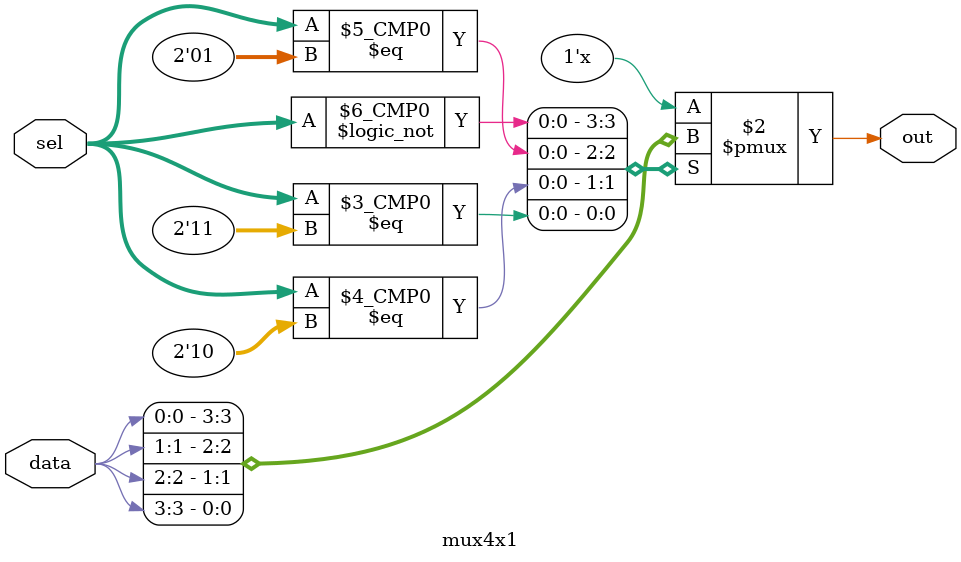
<source format=v>
`timescale 1ns / 1ps
module mux4x1(
	 input [3:0]data,
	 input [1:0]sel,
	 output reg out
    );
	 
	 always@(*)
	 begin
	 case (sel)
	 2'b00: out = data[0];

    2'b01: out = data[1];

    2'b10: out = data[2];

    2'b11: out = data[3];
	 endcase
	 end
endmodule

</source>
